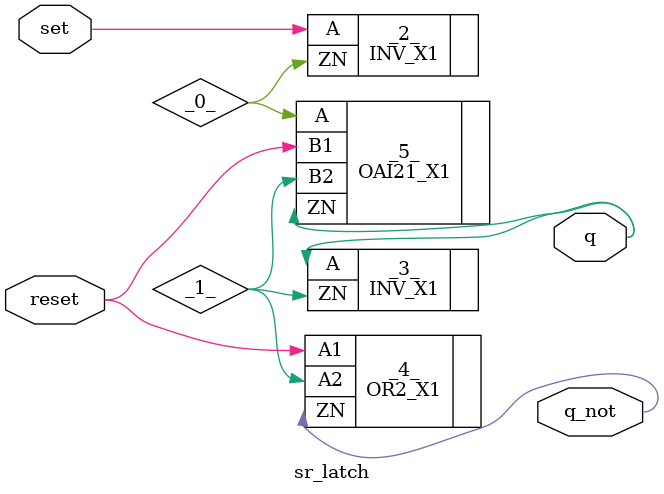
<source format=sv>
/* Generated by Yosys 0.55 (git sha1 60f126cd00c94892782470192d6c9f7abebe7c05, clang++ 16.0.0 -fPIC -O3) */

(* top =  1  *)
(* src = "sr_latch.sv:1.1-10.10" *)
module sr_latch(set, reset, q, q_not);
  wire _0_;
  wire _1_;
  (* src = "sr_latch.sv:4.30-4.31" *)
  output q;
  wire q;
  (* src = "sr_latch.sv:5.30-5.35" *)
  output q_not;
  wire q_not;
  (* src = "sr_latch.sv:2.29-2.34" *)
  input reset;
  wire reset;
  (* src = "sr_latch.sv:1.29-1.32" *)
  input set;
  wire set;
  INV_X1 _2_ (
    .A(set),
    .ZN(_0_)
  );
  INV_X1 _3_ (
    .A(q),
    .ZN(_1_)
  );
  OR2_X1 _4_ (
    .A1(reset),
    .A2(_1_),
    .ZN(q_not)
  );
  OAI21_X1 _5_ (
    .A(_0_),
    .B1(reset),
    .B2(_1_),
    .ZN(q)
  );
endmodule

</source>
